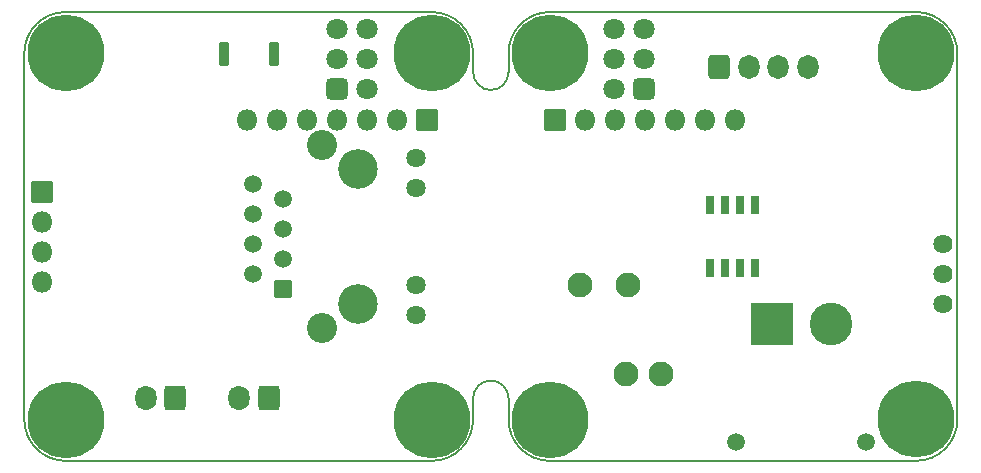
<source format=gbr>
%TF.GenerationSoftware,KiCad,Pcbnew,(6.0.1-0)*%
%TF.CreationDate,2022-02-22T17:31:54+01:00*%
%TF.ProjectId,ethersweep,65746865-7273-4776-9565-702e6b696361,2.0.1*%
%TF.SameCoordinates,Original*%
%TF.FileFunction,Soldermask,Bot*%
%TF.FilePolarity,Negative*%
%FSLAX46Y46*%
G04 Gerber Fmt 4.6, Leading zero omitted, Abs format (unit mm)*
G04 Created by KiCad (PCBNEW (6.0.1-0)) date 2022-02-22 17:31:54*
%MOMM*%
%LPD*%
G01*
G04 APERTURE LIST*
G04 Aperture macros list*
%AMRoundRect*
0 Rectangle with rounded corners*
0 $1 Rounding radius*
0 $2 $3 $4 $5 $6 $7 $8 $9 X,Y pos of 4 corners*
0 Add a 4 corners polygon primitive as box body*
4,1,4,$2,$3,$4,$5,$6,$7,$8,$9,$2,$3,0*
0 Add four circle primitives for the rounded corners*
1,1,$1+$1,$2,$3*
1,1,$1+$1,$4,$5*
1,1,$1+$1,$6,$7*
1,1,$1+$1,$8,$9*
0 Add four rect primitives between the rounded corners*
20,1,$1+$1,$2,$3,$4,$5,0*
20,1,$1+$1,$4,$5,$6,$7,0*
20,1,$1+$1,$6,$7,$8,$9,0*
20,1,$1+$1,$8,$9,$2,$3,0*%
G04 Aperture macros list end*
%TA.AperFunction,Profile*%
%ADD10C,0.150000*%
%TD*%
%ADD11C,3.352000*%
%ADD12RoundRect,0.051000X-0.699000X0.699000X-0.699000X-0.699000X0.699000X-0.699000X0.699000X0.699000X0*%
%ADD13C,1.500000*%
%ADD14C,1.632000*%
%ADD15C,2.547000*%
%ADD16C,0.902000*%
%ADD17C,6.502000*%
%ADD18RoundRect,0.301000X0.600000X0.750000X-0.600000X0.750000X-0.600000X-0.750000X0.600000X-0.750000X0*%
%ADD19O,1.802000X2.102000*%
%ADD20RoundRect,0.301000X0.600000X0.600000X-0.600000X0.600000X-0.600000X-0.600000X0.600000X-0.600000X0*%
%ADD21C,1.802000*%
%ADD22RoundRect,0.051000X0.850000X-0.850000X0.850000X0.850000X-0.850000X0.850000X-0.850000X-0.850000X0*%
%ADD23O,1.802000X1.802000*%
%ADD24C,1.626000*%
%ADD25RoundRect,0.301000X-0.600000X-0.725000X0.600000X-0.725000X0.600000X0.725000X-0.600000X0.725000X0*%
%ADD26O,1.802000X2.052000*%
%ADD27C,1.502000*%
%ADD28RoundRect,0.051000X1.750000X1.750000X-1.750000X1.750000X-1.750000X-1.750000X1.750000X-1.750000X0*%
%ADD29C,3.602000*%
%ADD30RoundRect,0.301000X-0.600000X-0.600000X0.600000X-0.600000X0.600000X0.600000X-0.600000X0.600000X0*%
%ADD31RoundRect,0.051000X0.850000X0.850000X-0.850000X0.850000X-0.850000X-0.850000X0.850000X-0.850000X0*%
%ADD32RoundRect,0.251000X0.200000X0.800000X-0.200000X0.800000X-0.200000X-0.800000X0.200000X-0.800000X0*%
%ADD33RoundRect,0.051000X-0.300000X-0.700000X0.300000X-0.700000X0.300000X0.700000X-0.300000X0.700000X0*%
%ADD34C,2.102000*%
G04 APERTURE END LIST*
D10*
X184100000Y-31800000D02*
X184100000Y-30200000D01*
X184100000Y-60700000D02*
X184100000Y-59400000D01*
X180600000Y-26700000D02*
X149600000Y-26700000D01*
X149600000Y-26700000D02*
G75*
G03*
X146100000Y-30200000I-1J-3499999D01*
G01*
X184100000Y-30200000D02*
G75*
G03*
X180600000Y-26700000I-3499999J1D01*
G01*
X180600000Y-64700000D02*
G75*
G03*
X184100000Y-61200000I1J3499999D01*
G01*
X146100000Y-30200000D02*
X146100000Y-61200000D01*
X149600000Y-64700000D02*
X180600000Y-64700000D01*
X146100000Y-61200000D02*
G75*
G03*
X149600000Y-64700000I3499999J-1D01*
G01*
X184100000Y-61200000D02*
X184100000Y-60700000D01*
X225100000Y-61200000D02*
X225100000Y-30200000D01*
X190600000Y-64700000D02*
X221600000Y-64700000D01*
X187100000Y-61200000D02*
G75*
G03*
X190600000Y-64700000I3499999J-1D01*
G01*
X221600000Y-64700000D02*
G75*
G03*
X225100000Y-61200000I1J3499999D01*
G01*
X190600000Y-26700000D02*
G75*
G03*
X187100000Y-30200000I-1J-3499999D01*
G01*
X190600000Y-26700000D02*
X221600000Y-26700000D01*
X187100000Y-30200000D02*
X187100000Y-30700000D01*
X187100000Y-61200000D02*
X187100000Y-59400000D01*
X187100000Y-31800000D02*
X187100000Y-30700000D01*
X225100000Y-30200000D02*
G75*
G03*
X221600000Y-26700000I-3499999J1D01*
G01*
X184099404Y-31800002D02*
G75*
G03*
X187100000Y-31800000I1500298J-298D01*
G01*
X187100596Y-59399998D02*
G75*
G03*
X184100000Y-59400000I-1500298J298D01*
G01*
X184100000Y-31800000D02*
X184100000Y-30200000D01*
X184100000Y-60700000D02*
X184100000Y-59400000D01*
X180600000Y-26700000D02*
X149600000Y-26700000D01*
X149600000Y-26700000D02*
G75*
G03*
X146100000Y-30200000I-1J-3499999D01*
G01*
X184100000Y-30200000D02*
G75*
G03*
X180600000Y-26700000I-3499999J1D01*
G01*
X180600000Y-64700000D02*
G75*
G03*
X184100000Y-61200000I1J3499999D01*
G01*
X146100000Y-30200000D02*
X146100000Y-61200000D01*
X149600000Y-64700000D02*
X180600000Y-64700000D01*
X146100000Y-61200000D02*
G75*
G03*
X149600000Y-64700000I3499999J-1D01*
G01*
X184100000Y-61200000D02*
X184100000Y-60700000D01*
X225100000Y-61200000D02*
X225100000Y-30200000D01*
X190600000Y-64700000D02*
X221600000Y-64700000D01*
X187100000Y-61200000D02*
G75*
G03*
X190600000Y-64700000I3499999J-1D01*
G01*
X221600000Y-64700000D02*
G75*
G03*
X225100000Y-61200000I1J3499999D01*
G01*
X190600000Y-26700000D02*
G75*
G03*
X187100000Y-30200000I-1J-3499999D01*
G01*
X190600000Y-26700000D02*
X221600000Y-26700000D01*
X187100000Y-30200000D02*
X187100000Y-30700000D01*
X187100000Y-61200000D02*
X187100000Y-59400000D01*
X187100000Y-31800000D02*
X187100000Y-30700000D01*
X225100000Y-30200000D02*
G75*
G03*
X221600000Y-26700000I-3499999J1D01*
G01*
X184099404Y-31800002D02*
G75*
G03*
X187100000Y-31800000I1500298J-298D01*
G01*
X187100596Y-59399998D02*
G75*
G03*
X184100000Y-59400000I-1500298J298D01*
G01*
D11*
X174350000Y-51415000D03*
X174350000Y-39985000D03*
D12*
X168000000Y-50150000D03*
D13*
X165460000Y-48880000D03*
X168000000Y-47610000D03*
X165460000Y-46340000D03*
X168000000Y-45070000D03*
X165460000Y-43800000D03*
X168000000Y-42530000D03*
X165460000Y-41260000D03*
D14*
X179250000Y-52325000D03*
X179250000Y-49785000D03*
X179250000Y-41615000D03*
X179250000Y-39075000D03*
D15*
X171300000Y-53445000D03*
X171300000Y-37955000D03*
D16*
X182297056Y-31897056D03*
X180600000Y-32600000D03*
X180600000Y-27800000D03*
X178902944Y-28502944D03*
D17*
X180600000Y-30200000D03*
D16*
X178902944Y-31897056D03*
X183000000Y-30200000D03*
X178200000Y-30200000D03*
X182297056Y-28502944D03*
X149600000Y-32600000D03*
X149600000Y-27800000D03*
X147902944Y-28502944D03*
D17*
X149600000Y-30200000D03*
D16*
X151297056Y-31897056D03*
X151297056Y-28502944D03*
X147902944Y-31897056D03*
X152000000Y-30200000D03*
X147200000Y-30200000D03*
X147902944Y-59502944D03*
X151297056Y-62897056D03*
X147200000Y-61200000D03*
X149600000Y-58800000D03*
X151297056Y-59502944D03*
X152000000Y-61200000D03*
X149600000Y-63600000D03*
D17*
X149600000Y-61200000D03*
D16*
X147902944Y-62897056D03*
X182297056Y-59502944D03*
X180600000Y-58800000D03*
X180600000Y-63600000D03*
X178902944Y-62897056D03*
X183000000Y-61200000D03*
D17*
X180600000Y-61200000D03*
D16*
X182297056Y-62897056D03*
X178200000Y-61200000D03*
X178902944Y-59502944D03*
D18*
X158900000Y-59400000D03*
D19*
X156400000Y-59400000D03*
D18*
X166800000Y-59400000D03*
D19*
X164300000Y-59400000D03*
D16*
X193000000Y-30200000D03*
D17*
X190600000Y-30200000D03*
D16*
X192297056Y-31897056D03*
X190600000Y-32600000D03*
X188200000Y-30200000D03*
X190600000Y-27800000D03*
X192297056Y-28502944D03*
X188902944Y-28502944D03*
X188902944Y-31897056D03*
X223297056Y-31897056D03*
D17*
X221600000Y-30200000D03*
D16*
X221600000Y-32600000D03*
X219200000Y-30200000D03*
X224000000Y-30200000D03*
X219902944Y-28502944D03*
X221600000Y-27800000D03*
X219902944Y-31897056D03*
X223297056Y-28502944D03*
X188902944Y-62897056D03*
X192297056Y-59502944D03*
D17*
X190600000Y-61200000D03*
D16*
X188902944Y-59502944D03*
X193000000Y-61200000D03*
X190600000Y-63600000D03*
X192297056Y-62897056D03*
X190600000Y-58800000D03*
X188200000Y-61200000D03*
D20*
X198600000Y-33200000D03*
D21*
X196060000Y-33200000D03*
X198600000Y-30660000D03*
X196060000Y-30660000D03*
X198600000Y-28120000D03*
X196060000Y-28120000D03*
D16*
X219200000Y-61175001D03*
X224000000Y-61175001D03*
X219902944Y-59477945D03*
X219902944Y-62872057D03*
D17*
X221600000Y-61175001D03*
D16*
X223297056Y-62872057D03*
X223297056Y-59477945D03*
X221600000Y-58775001D03*
X221600000Y-63575001D03*
D22*
X191000000Y-35800000D03*
D23*
X193540000Y-35800000D03*
X196080000Y-35800000D03*
X198620000Y-35800000D03*
X201160000Y-35800000D03*
X203700000Y-35800000D03*
X206240000Y-35800000D03*
D24*
X223860000Y-51430000D03*
X223860000Y-48890000D03*
X223860000Y-46350000D03*
D25*
X204950000Y-31370000D03*
D26*
X207450000Y-31370000D03*
X209950000Y-31370000D03*
X212450000Y-31370000D03*
D27*
X217400000Y-63100000D03*
X206400000Y-63100000D03*
D28*
X209400000Y-53100000D03*
D29*
X214400000Y-53100000D03*
D30*
X172600000Y-33200000D03*
D21*
X175140000Y-33200000D03*
X172600000Y-30660000D03*
X175140000Y-30660000D03*
X172600000Y-28120000D03*
X175140000Y-28120000D03*
D31*
X147600000Y-41900000D03*
D23*
X147600000Y-44440000D03*
X147600000Y-46980000D03*
X147600000Y-49520000D03*
D22*
X180200000Y-35800000D03*
D23*
X177660000Y-35800000D03*
X175120000Y-35800000D03*
X172580000Y-35800000D03*
X170040000Y-35800000D03*
X167500000Y-35800000D03*
X164960000Y-35800000D03*
D32*
X167250000Y-30250000D03*
X163050000Y-30250000D03*
D33*
X204195000Y-43000000D03*
X205465000Y-43000000D03*
X206735000Y-43000000D03*
X208005000Y-43000000D03*
X208005000Y-48400000D03*
X206735000Y-48400000D03*
X205465000Y-48400000D03*
X204195000Y-48400000D03*
D34*
X199974999Y-57345001D03*
X197074999Y-57345001D03*
X197203000Y-49817000D03*
X193153000Y-49817000D03*
M02*

</source>
